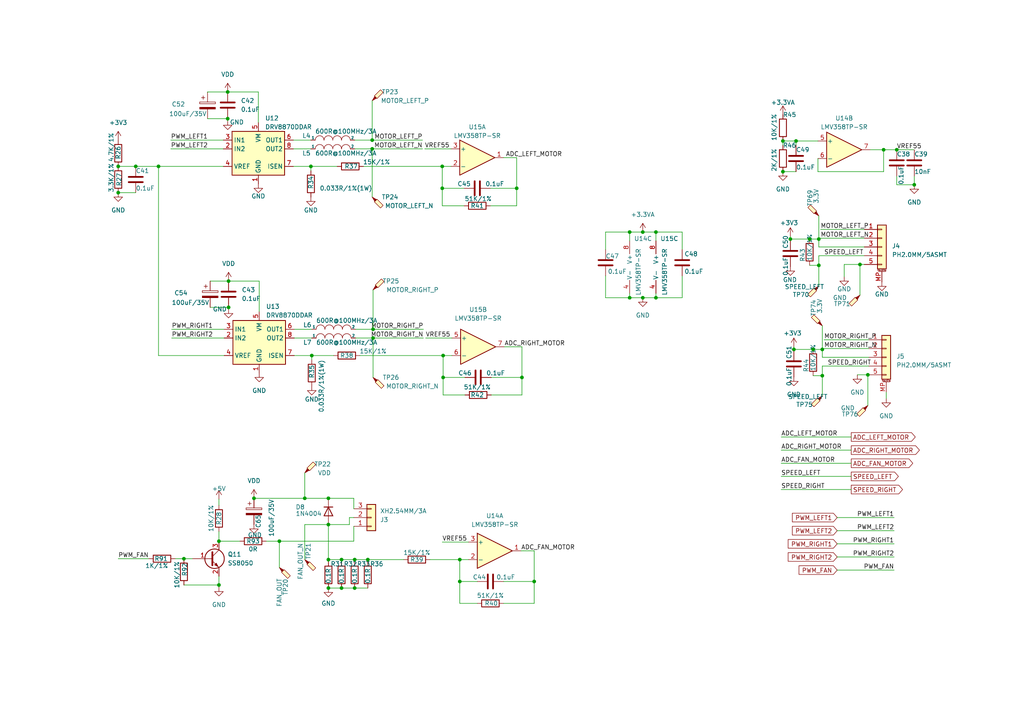
<source format=kicad_sch>
(kicad_sch (version 20231120) (generator "eeschema") (generator_version "8.0")
  (paper "A4")
  (title_block (title "黑森林方形主板") (date "2022-06-17") (rev "V0.2"))
  (lib_symbols
    (symbol "Amplifier_Operational:MCP6002-xSN" (pin_names (offset 0.127))
      (property "Reference" "U" (at 0 5.08 0))
      (property "Value" "MCP6002-xSN" (at 0 -5.08 0))
      (symbol "MCP6002-xSN_1_1"
        (polyline (pts (xy -5.08 5.08) (xy 5.08 0) (xy -5.08 -5.08) (xy -5.08 5.08)) (stroke (width 0.254)) (fill (type background)))
        (pin output line (at 7.62 0 180) (length 2.54) (name "~") (number "1"))
        (pin input line (at -7.62 -2.54 0) (length 2.54) (name "-") (number "2"))
        (pin input line (at -7.62 2.54 0) (length 2.54) (name "+") (number "3"))
      )
      (symbol "MCP6002-xSN_2_1"
        (polyline (pts (xy -5.08 5.08) (xy 5.08 0) (xy -5.08 -5.08) (xy -5.08 5.08)) (stroke (width 0.254)) (fill (type background)))
        (pin input line (at -7.62 2.54 0) (length 2.54) (name "+") (number "5"))
        (pin input line (at -7.62 -2.54 0) (length 2.54) (name "-") (number "6"))
        (pin output line (at 7.62 0 180) (length 2.54) (name "~") (number "7"))
      )
      (symbol "MCP6002-xSN_3_1"
        (pin power_in line (at -2.54 -7.62 90) (length 3.81) (name "V-") (number "4"))
        (pin power_in line (at -2.54 7.62 270) (length 3.81) (name "V+") (number "8"))
      )
    )
    (symbol "Connector:TestPoint_Probe" (pin_numbers hide) (pin_names (offset 0.762) hide)
      (property "Reference" "TP" (at 1.651 5.842 0))
      (property "Value" "TestPoint_Probe" (at 1.651 4.064 0))
      (symbol "TestPoint_Probe_0_1"
        (polyline (pts (xy 1.27 0.762) (xy 0 0) (xy 0.762 1.27) (xy 1.27 0.762)) (fill (type outline)))
        (polyline (pts (xy 1.397 0.635) (xy 0.635 1.397) (xy 2.413 3.175) (xy 3.175 2.413) (xy 1.397 0.635)) (fill (type background)))
      )
      (symbol "TestPoint_Probe_1_1"
        (pin passive line (at 0 0 90) (length 0) (name "1") (number "1"))
      )
    )
    (symbol "Connector_Generic:Conn_01x03" (pin_names (offset 1.016) hide)
      (property "Reference" "J" (at 0 5.08 0))
      (property "Value" "Conn_01x03" (at 0 -5.08 0))
      (symbol "Conn_01x03_1_1"
        (rectangle (start -1.27 -2.413) (end 0 -2.667) (stroke (width 0.1524)))
        (rectangle (start -1.27 0.127) (end 0 -0.127) (stroke (width 0.1524)))
        (rectangle (start -1.27 2.667) (end 0 2.413) (stroke (width 0.1524)))
        (rectangle (start -1.27 3.81) (end 1.27 -3.81) (stroke (width 0.254)) (fill (type background)))
        (pin passive line (at -5.08 2.54 0) (length 3.81) (name "Pin_1") (number "1"))
        (pin passive line (at -5.08 0 0) (length 3.81) (name "Pin_2") (number "2"))
        (pin passive line (at -5.08 -2.54 0) (length 3.81) (name "Pin_3") (number "3"))
      )
    )
    (symbol "Connector_Generic_MountingPin:Conn_01x05_MountingPin" (pin_names (offset 1.016) hide)
      (property "Reference" "J" (at 0 7.62 0))
      (property "Value" "Conn_01x05_MountingPin" (at 1.27 -7.62 0))
      (symbol "Conn_01x05_MountingPin_1_1"
        (rectangle (start -1.27 -4.953) (end 0 -5.207) (stroke (width 0.1524)))
        (rectangle (start -1.27 -2.413) (end 0 -2.667) (stroke (width 0.1524)))
        (rectangle (start -1.27 0.127) (end 0 -0.127) (stroke (width 0.1524)))
        (rectangle (start -1.27 2.667) (end 0 2.413) (stroke (width 0.1524)))
        (rectangle (start -1.27 5.207) (end 0 4.953) (stroke (width 0.1524)))
        (rectangle (start -1.27 6.35) (end 1.27 -6.35) (stroke (width 0.254)) (fill (type background)))
        (polyline (pts (xy -1.016 -7.112) (xy 1.016 -7.112)) (stroke (width 0.1524)))
        (text "Mounting" (at 0 -6.731 0) (effects (font (size 0.381 0.381))))
        (pin passive line (at -5.08 5.08 0) (length 3.81) (name "Pin_1") (number "1"))
        (pin passive line (at -5.08 2.54 0) (length 3.81) (name "Pin_2") (number "2"))
        (pin passive line (at -5.08 0 0) (length 3.81) (name "Pin_3") (number "3"))
        (pin passive line (at -5.08 -2.54 0) (length 3.81) (name "Pin_4") (number "4"))
        (pin passive line (at -5.08 -5.08 0) (length 3.81) (name "Pin_5") (number "5"))
        (pin passive line (at 0 -10.16 90) (length 3.048) (name "MountPin") (number "MP"))
      )
    )
    (symbol "Device:C" (pin_numbers hide) (pin_names (offset 0.254))
      (property "Reference" "C" (at 0.635 2.54 0))
      (property "Value" "C" (at 0.635 -2.54 0))
      (symbol "C_0_1"
        (polyline (pts (xy -2.032 -0.762) (xy 2.032 -0.762)) (stroke (width 0.508)))
        (polyline (pts (xy -2.032 0.762) (xy 2.032 0.762)) (stroke (width 0.508)))
      )
      (symbol "C_1_1"
        (pin passive line (at 0 3.81 270) (length 2.794) (name "~") (number "1"))
        (pin passive line (at 0 -3.81 90) (length 2.794) (name "~") (number "2"))
      )
    )
    (symbol "Device:C_Polarized" (pin_numbers hide) (pin_names (offset 0.254))
      (property "Reference" "C" (at 0.635 2.54 0))
      (property "Value" "C_Polarized" (at 0.635 -2.54 0))
      (symbol "C_Polarized_0_1"
        (rectangle (start -2.286 0.508) (end 2.286 1.016))
        (polyline (pts (xy -1.778 2.286) (xy -0.762 2.286)))
        (polyline (pts (xy -1.27 2.794) (xy -1.27 1.778)))
        (rectangle (start 2.286 -0.508) (end -2.286 -1.016) (fill (type outline)))
      )
      (symbol "C_Polarized_1_1"
        (pin passive line (at 0 3.81 270) (length 2.794) (name "~") (number "1"))
        (pin passive line (at 0 -3.81 90) (length 2.794) (name "~") (number "2"))
      )
    )
    (symbol "Device:D" (pin_numbers hide) (pin_names (offset 1.016) hide)
      (property "Reference" "D" (at 0 2.54 0))
      (property "Value" "D" (at 0 -2.54 0))
      (symbol "D_0_1"
        (polyline (pts (xy -1.27 1.27) (xy -1.27 -1.27)) (stroke (width 0.254)))
        (polyline (pts (xy 1.27 0) (xy -1.27 0)))
        (polyline (pts (xy 1.27 1.27) (xy 1.27 -1.27) (xy -1.27 0) (xy 1.27 1.27)) (stroke (width 0.254)))
      )
      (symbol "D_1_1"
        (pin passive line (at -3.81 0 0) (length 2.54) (name "K") (number "1"))
        (pin passive line (at 3.81 0 180) (length 2.54) (name "A") (number "2"))
      )
    )
    (symbol "Device:Q_NPN_BEC" (pin_names (offset 0) hide)
      (property "Reference" "Q" (at 5.08 1.27 0))
      (property "Value" "Q_NPN_BEC" (at 5.08 -1.27 0))
      (symbol "Q_NPN_BEC_0_1"
        (polyline (pts (xy 0.635 0.635) (xy 2.54 2.54)))
        (polyline (pts (xy 0.635 -0.635) (xy 2.54 -2.54) (xy 2.54 -2.54)))
        (polyline (pts (xy 0.635 1.905) (xy 0.635 -1.905) (xy 0.635 -1.905)) (stroke (width 0.508)))
        (polyline (pts (xy 1.27 -1.778) (xy 1.778 -1.27) (xy 2.286 -2.286) (xy 1.27 -1.778) (xy 1.27 -1.778)) (fill (type outline)))
        (circle (center 1.27 0) (radius 2.8194) (stroke (width 0.254)))
      )
      (symbol "Q_NPN_BEC_1_1"
        (pin input line (at -5.08 0 0) (length 5.715) (name "B") (number "1"))
        (pin passive line (at 2.54 -5.08 90) (length 2.54) (name "E") (number "2"))
        (pin passive line (at 2.54 5.08 270) (length 2.54) (name "C") (number "3"))
      )
    )
    (symbol "Device:R" (pin_numbers hide) (pin_names (offset 0))
      (property "Reference" "R" (at 2.032 0 90))
      (property "Value" "R" (at 0 0 90))
      (symbol "R_0_1"
        (rectangle (start -1.016 -2.54) (end 1.016 2.54) (stroke (width 0.254)))
      )
      (symbol "R_1_1"
        (pin passive line (at 0 3.81 270) (length 1.27) (name "~") (number "1"))
        (pin passive line (at 0 -3.81 90) (length 1.27) (name "~") (number "2"))
      )
    )
    (symbol "Driver_Motor:DRV8870DDA"
      (property "Reference" "U" (at -6.35 6.35 0))
      (property "Value" "DRV8870DDA" (at 8.89 6.35 0))
      (symbol "DRV8870DDA_0_1"
        (rectangle (start -7.62 5.08) (end 7.62 -7.62) (stroke (width 0.254)) (fill (type background)))
      )
      (symbol "DRV8870DDA_1_1"
        (pin power_in line (at 0 -10.16 90) (length 2.54) (name "GND") (number "1"))
        (pin input line (at -10.16 0 0) (length 2.54) (name "IN2") (number "2"))
        (pin input line (at -10.16 2.54 0) (length 2.54) (name "IN1") (number "3"))
        (pin input line (at -10.16 -5.08 0) (length 2.54) (name "VREF") (number "4"))
        (pin power_in line (at 0 7.62 270) (length 2.54) (name "VM") (number "5"))
        (pin output line (at 10.16 2.54 180) (length 2.54) (name "OUT1") (number "6"))
        (pin passive line (at 10.16 -5.08 180) (length 2.54) (name "ISEN") (number "7"))
        (pin output line (at 10.16 0 180) (length 2.54) (name "OUT2") (number "8"))
        (pin passive line (at 0 -10.16 90) (length 2.54) hide (name "GND") (number "9"))
      )
    )
    (symbol "power:+3.3VA" (power) (pin_names (offset 0))
      (property "Value" "+3.3VA" (at 0 3.556 0))
      (symbol "+3.3VA_0_1"
        (polyline (pts (xy -0.762 1.27) (xy 0 2.54)))
        (polyline (pts (xy 0 0) (xy 0 2.54)))
        (polyline (pts (xy 0 2.54) (xy 0.762 1.27)))
      )
      (symbol "+3.3VA_1_1"
        (pin power_in line (at 0 0 90) (length 0) hide (name "+3.3VA") (number "1"))
      )
    )
    (symbol "power:+3V3" (power) (pin_names (offset 0))
      (property "Value" "+3V3" (at 0 3.556 0))
      (symbol "+3V3_0_1"
        (polyline (pts (xy -0.762 1.27) (xy 0 2.54)))
        (polyline (pts (xy 0 0) (xy 0 2.54)))
        (polyline (pts (xy 0 2.54) (xy 0.762 1.27)))
      )
      (symbol "+3V3_1_1"
        (pin power_in line (at 0 0 90) (length 0) hide (name "+3V3") (number "1"))
      )
    )
    (symbol "power:+5V" (power) (pin_names (offset 0))
      (property "Value" "+5V" (at 0 3.556 0))
      (symbol "+5V_0_1"
        (polyline (pts (xy -0.762 1.27) (xy 0 2.54)))
        (polyline (pts (xy 0 0) (xy 0 2.54)))
        (polyline (pts (xy 0 2.54) (xy 0.762 1.27)))
      )
      (symbol "+5V_1_1"
        (pin power_in line (at 0 0 90) (length 0) hide (name "+5V") (number "1"))
      )
    )
    (symbol "power:GND" (power) (pin_names (offset 0))
      (property "Value" "GND" (at 0 -3.81 0))
      (symbol "GND_0_1"
        (polyline (pts (xy 0 0) (xy 0 -1.27) (xy 1.27 -1.27) (xy 0 -2.54) (xy -1.27 -1.27) (xy 0 -1.27)))
      )
      (symbol "GND_1_1"
        (pin power_in line (at 0 0 270) (length 0) hide (name "GND") (number "1"))
      )
    )
    (symbol "power:VDD" (power) (pin_names (offset 0))
      (property "Value" "VDD" (at 0 3.81 0))
      (symbol "VDD_0_1"
        (polyline (pts (xy -0.762 1.27) (xy 0 2.54)))
        (polyline (pts (xy 0 0) (xy 0 2.54)))
        (polyline (pts (xy 0 2.54) (xy 0.762 1.27)))
      )
      (symbol "VDD_1_1"
        (pin power_in line (at 0 0 90) (length 0) hide (name "VDD") (number "1"))
      )
    )
    (symbol "pspice:INDUCTOR" (pin_numbers hide) (pin_names (offset 0))
      (property "Reference" "L" (at 0 2.54 0))
      (property "Value" "INDUCTOR" (at 0 -1.27 0))
      (symbol "INDUCTOR_0_1"
        (arc (start -2.54 0) (mid -3.81 1.2645) (end -5.08 0))
        (arc (start 0 0) (mid -1.27 1.2645) (end -2.54 0))
        (arc (start 2.54 0) (mid 1.27 1.2645) (end 0 0))
        (arc (start 5.08 0) (mid 3.81 1.2645) (end 2.54 0))
      )
      (symbol "INDUCTOR_1_1"
        (pin input line (at -6.35 0 0) (length 1.27) (name "1") (number "1"))
        (pin input line (at 6.35 0 180) (length 1.27) (name "2") (number "2"))
      )
    )
  )
  (junction (at 39.37 48.26))
  (junction (at 90.17 48.26))
  (junction (at 66.294 81.534))
  (junction (at 154.94 168.656))
  (junction (at 102.87 170.561))
  (junction (at 186.436 67.31))
  (junction (at 128.27 54.61))
  (junction (at 234.823 69.342))
  (junction (at 102.87 162.306))
  (junction (at 256.286 43.434))
  (junction (at 99.06 170.561))
  (junction (at 63.5 169.672))
  (junction (at 66.04 34.417))
  (junction (at 128.27 48.26))
  (junction (at 108.204 95.504))
  (junction (at 66.294 89.154))
  (junction (at 95.25 170.561))
  (junction (at 230.251 101.346))
  (junction (at 128.524 103.124))
  (junction (at 108.204 98.044))
  (junction (at 149.86 54.61))
  (junction (at 238.506 108.966))
  (junction (at 133.35 168.656))
  (junction (at 99.06 162.306))
  (junction (at 182.626 67.31))
  (junction (at 95.25 144.526))
  (junction (at 237.49 76.962))
  (junction (at 107.95 40.64))
  (junction (at 190.246 86.36))
  (junction (at 151.384 109.474))
  (junction (at 45.974 48.26))
  (junction (at 34.29 48.26))
  (junction (at 230.886 40.894))
  (junction (at 133.35 162.306))
  (junction (at 235.839 101.346))
  (junction (at 265.176 53.594))
  (junction (at 227.076 49.784))
  (junction (at 227.076 40.894))
  (junction (at 251.714 108.712))
  (junction (at 128.524 109.474))
  (junction (at 260.096 43.434))
  (junction (at 95.25 152.146))
  (junction (at 34.29 55.88))
  (junction (at 249.428 76.708))
  (junction (at 182.626 86.36))
  (junction (at 186.436 86.36))
  (junction (at 90.424 103.124))
  (junction (at 106.68 162.306))
  (junction (at 190.246 67.31))
  (junction (at 107.95 43.18))
  (junction (at 53.34 162.052))
  (junction (at 237.49 69.342))
  (junction (at 95.25 162.306))
  (junction (at 229.235 69.342))
  (junction (at 66.04 26.67))
  (junction (at 88.392 144.526))
  (junction (at 81.026 156.972))
  (junction (at 73.66 144.526))
  (junction (at 238.506 101.346))
  (junction (at 63.5 156.972))
  (wire (pts (xy 128.524 109.474) (xy 128.524 103.124)))
  (wire (pts (xy 99.06 162.306) (xy 99.06 162.941)))
  (wire (pts (xy 226.568 134.366) (xy 246.888 134.366)))
  (wire (pts (xy 128.27 59.69) (xy 128.27 54.61)))
  (wire (pts (xy 133.35 162.306) (xy 133.35 168.656)))
  (wire (pts (xy 50.8 162.052) (xy 53.34 162.052)))
  (wire (pts (xy 146.05 175.006) (xy 154.94 175.006)))
  (wire (pts (xy 237.49 74.168) (xy 237.49 76.962)))
  (wire (pts (xy 65.024 103.124) (xy 45.974 103.124)))
  (wire (pts (xy 250.698 74.168) (xy 237.49 74.168)))
  (wire (pts (xy 102.87 162.306) (xy 106.68 162.306)))
  (wire (pts (xy 229.235 68.58) (xy 229.235 69.342)))
  (wire (pts (xy 66.294 89.662) (xy 66.294 89.154)))
  (wire (pts (xy 133.35 168.656) (xy 138.43 168.656)))
  (wire (pts (xy 235.839 101.346) (xy 230.251 101.346)))
  (wire (pts (xy 102.616 144.526) (xy 95.25 144.526)))
  (wire (pts (xy 107.95 40.64) (xy 122.555 40.64)))
  (wire (pts (xy 234.823 76.962) (xy 237.49 76.962)))
  (wire (pts (xy 102.87 43.18) (xy 107.95 43.18)))
  (wire (pts (xy 238.506 106.172) (xy 238.506 108.966)))
  (wire (pts (xy 149.86 45.72) (xy 146.05 45.72)))
  (wire (pts (xy 106.68 162.306) (xy 117.094 162.306)))
  (wire (pts (xy 260.096 53.594) (xy 265.176 53.594)))
  (wire (pts (xy 175.641 80.01) (xy 175.641 86.36)))
  (wire (pts (xy 265.176 51.054) (xy 265.176 53.594)))
  (wire (pts (xy 60.198 34.417) (xy 66.04 34.417)))
  (wire (pts (xy 104.394 103.124) (xy 128.524 103.124)))
  (wire (pts (xy 237.49 62.611) (xy 237.49 69.342)))
  (wire (pts (xy 101.346 152.146) (xy 95.25 152.146)))
  (wire (pts (xy 49.53 40.64) (xy 64.77 40.64)))
  (wire (pts (xy 128.27 157.226) (xy 135.89 157.226)))
  (wire (pts (xy 182.626 67.31) (xy 186.436 67.31)))
  (wire (pts (xy 260.096 51.054) (xy 260.096 53.594)))
  (wire (pts (xy 142.24 54.61) (xy 149.86 54.61)))
  (wire (pts (xy 154.94 159.766) (xy 151.13 159.766)))
  (wire (pts (xy 234.823 69.342) (xy 237.49 69.342)))
  (wire (pts (xy 234.823 69.342) (xy 229.235 69.342)))
  (wire (pts (xy 88.392 162.306) (xy 88.392 152.146)))
  (wire (pts (xy 66.04 26.67) (xy 74.93 26.67)))
  (wire (pts (xy 146.05 168.656) (xy 154.94 168.656)))
  (wire (pts (xy 88.392 137.16) (xy 88.392 144.526)))
  (wire (pts (xy 75.184 81.534) (xy 75.184 90.424)))
  (wire (pts (xy 226.568 130.556) (xy 246.888 130.556)))
  (wire (pts (xy 101.346 150.114) (xy 101.346 152.146)))
  (wire (pts (xy 128.524 103.124) (xy 131.064 103.124)))
  (wire (pts (xy 248.666 108.712) (xy 251.714 108.712)))
  (wire (pts (xy 34.29 55.88) (xy 39.37 55.88)))
  (wire (pts (xy 251.968 106.172) (xy 238.506 106.172)))
  (wire (pts (xy 244.856 80.264) (xy 244.856 76.708)))
  (wire (pts (xy 85.344 98.044) (xy 90.424 98.044)))
  (wire (pts (xy 149.86 59.69) (xy 149.86 54.61)))
  (wire (pts (xy 256.286 43.434) (xy 260.096 43.434)))
  (wire (pts (xy 45.974 48.26) (xy 45.974 103.124)))
  (wire (pts (xy 237.49 71.628) (xy 250.698 71.628)))
  (wire (pts (xy 107.95 29.21) (xy 107.95 40.64)))
  (wire (pts (xy 182.626 67.31) (xy 182.626 69.85)))
  (wire (pts (xy 102.616 147.574) (xy 102.616 144.526)))
  (wire (pts (xy 238.506 114.808) (xy 238.506 108.966)))
  (wire (pts (xy 197.866 67.31) (xy 190.246 67.31)))
  (wire (pts (xy 175.641 86.36) (xy 182.626 86.36)))
  (wire (pts (xy 49.53 43.18) (xy 64.77 43.18)))
  (wire (pts (xy 99.06 162.306) (xy 102.87 162.306)))
  (wire (pts (xy 229.235 69.342) (xy 229.235 69.723)))
  (wire (pts (xy 85.09 43.18) (xy 90.17 43.18)))
  (wire (pts (xy 251.968 108.712) (xy 251.714 108.712)))
  (wire (pts (xy 134.62 59.69) (xy 128.27 59.69)))
  (wire (pts (xy 123.444 98.044) (xy 131.064 98.044)))
  (wire (pts (xy 142.494 114.554) (xy 151.384 114.554)))
  (wire (pts (xy 237.236 49.784) (xy 256.286 49.784)))
  (wire (pts (xy 138.43 175.006) (xy 133.35 175.006)))
  (wire (pts (xy 190.246 86.36) (xy 197.866 86.36)))
  (wire (pts (xy 95.25 170.561) (xy 99.06 170.561)))
  (wire (pts (xy 186.436 67.31) (xy 190.246 67.31)))
  (wire (pts (xy 74.93 26.67) (xy 74.93 35.56)))
  (wire (pts (xy 128.524 114.554) (xy 128.524 109.474)))
  (wire (pts (xy 226.568 126.746) (xy 246.888 126.746)))
  (wire (pts (xy 175.641 67.31) (xy 182.626 67.31)))
  (wire (pts (xy 63.5 144.78) (xy 63.5 146.558)))
  (wire (pts (xy 190.246 86.36) (xy 186.436 86.36)))
  (wire (pts (xy 81.026 156.972) (xy 102.616 156.972)))
  (wire (pts (xy 190.246 85.09) (xy 190.246 86.36)))
  (wire (pts (xy 102.87 162.306) (xy 102.87 162.941)))
  (wire (pts (xy 123.19 43.18) (xy 130.81 43.18)))
  (wire (pts (xy 103.124 95.504) (xy 108.204 95.504)))
  (wire (pts (xy 151.384 100.584) (xy 146.304 100.584)))
  (wire (pts (xy 85.09 40.64) (xy 90.17 40.64)))
  (wire (pts (xy 66.294 81.534) (xy 60.96 81.534)))
  (wire (pts (xy 105.41 48.26) (xy 128.27 48.26)))
  (wire (pts (xy 88.392 152.146) (xy 95.25 152.146)))
  (wire (pts (xy 95.25 162.306) (xy 99.06 162.306)))
  (wire (pts (xy 242.824 153.924) (xy 259.334 153.924)))
  (wire (pts (xy 53.34 162.052) (xy 55.88 162.052)))
  (wire (pts (xy 197.866 86.36) (xy 197.866 80.01)))
  (wire (pts (xy 90.17 48.26) (xy 97.79 48.26)))
  (wire (pts (xy 244.856 76.708) (xy 249.428 76.708)))
  (wire (pts (xy 237.236 45.974) (xy 237.236 49.784)))
  (wire (pts (xy 90.17 49.53) (xy 90.17 48.26)))
  (wire (pts (xy 151.384 114.554) (xy 151.384 109.474)))
  (wire (pts (xy 95.25 152.146) (xy 95.25 162.306)))
  (wire (pts (xy 108.204 84.074) (xy 108.204 95.504)))
  (wire (pts (xy 102.616 156.972) (xy 102.616 152.654)))
  (wire (pts (xy 128.27 54.61) (xy 128.27 48.26)))
  (wire (pts (xy 107.95 43.18) (xy 107.95 57.15)))
  (wire (pts (xy 182.626 86.36) (xy 182.626 85.09)))
  (wire (pts (xy 190.246 69.85) (xy 190.246 67.31)))
  (wire (pts (xy 238.506 103.632) (xy 251.968 103.632)))
  (wire (pts (xy 128.524 109.474) (xy 134.874 109.474)))
  (wire (pts (xy 90.424 104.394) (xy 90.424 103.124)))
  (wire (pts (xy 239.014 98.552) (xy 251.968 98.552)))
  (wire (pts (xy 63.5 167.132) (xy 63.5 169.672)))
  (wire (pts (xy 251.714 117.602) (xy 251.714 108.712)))
  (wire (pts (xy 95.25 162.306) (xy 95.25 162.941)))
  (wire (pts (xy 85.09 48.26) (xy 90.17 48.26)))
  (wire (pts (xy 237.998 69.088) (xy 250.698 69.088)))
  (wire (pts (xy 63.5 154.178) (xy 63.5 156.972)))
  (wire (pts (xy 66.04 26.67) (xy 60.198 26.67)))
  (wire (pts (xy 256.286 49.784) (xy 256.286 43.434)))
  (wire (pts (xy 230.886 40.894) (xy 230.886 42.164)))
  (wire (pts (xy 227.076 49.784) (xy 230.886 49.784)))
  (wire (pts (xy 154.94 175.006) (xy 154.94 168.656)))
  (wire (pts (xy 102.616 150.114) (xy 101.346 150.114)))
  (wire (pts (xy 81.026 164.592) (xy 81.026 156.972)))
  (wire (pts (xy 235.839 101.346) (xy 238.506 101.346)))
  (wire (pts (xy 142.24 59.69) (xy 149.86 59.69)))
  (wire (pts (xy 242.824 150.114) (xy 259.334 150.114)))
  (wire (pts (xy 63.5 156.972) (xy 69.596 156.972)))
  (wire (pts (xy 102.87 170.561) (xy 106.68 170.561)))
  (wire (pts (xy 256.286 43.434) (xy 252.476 43.434)))
  (wire (pts (xy 60.198 26.67) (xy 60.198 26.797)))
  (wire (pts (xy 66.04 35.052) (xy 66.04 34.417)))
  (wire (pts (xy 39.37 48.26) (xy 45.974 48.26)))
  (wire (pts (xy 63.5 170.307) (xy 63.5 169.672)))
  (wire (pts (xy 149.86 54.61) (xy 149.86 45.72)))
  (wire (pts (xy 235.839 108.966) (xy 238.506 108.966)))
  (wire (pts (xy 237.49 69.342) (xy 237.49 71.628)))
  (wire (pts (xy 260.096 43.434) (xy 265.176 43.434)))
  (wire (pts (xy 227.076 42.164) (xy 227.076 40.894)))
  (wire (pts (xy 239.014 101.092) (xy 251.968 101.092)))
  (wire (pts (xy 99.06 170.561) (xy 102.87 170.561)))
  (wire (pts (xy 237.998 66.548) (xy 250.698 66.548)))
  (wire (pts (xy 85.344 103.124) (xy 90.424 103.124)))
  (wire (pts (xy 49.784 95.504) (xy 65.024 95.504)))
  (wire (pts (xy 128.27 48.26) (xy 130.81 48.26)))
  (wire (pts (xy 133.35 168.656) (xy 133.35 175.006)))
  (wire (pts (xy 90.424 103.124) (xy 96.774 103.124)))
  (wire (pts (xy 108.204 98.044) (xy 108.204 109.474)))
  (wire (pts (xy 151.384 109.474) (xy 151.384 100.584)))
  (wire (pts (xy 226.568 138.176) (xy 246.888 138.176)))
  (wire (pts (xy 257.048 115.57) (xy 257.048 113.792)))
  (wire (pts (xy 142.494 109.474) (xy 151.384 109.474)))
  (wire (pts (xy 242.824 161.544) (xy 259.334 161.544)))
  (wire (pts (xy 154.94 168.656) (xy 154.94 159.766)))
  (wire (pts (xy 242.824 157.734) (xy 259.334 157.734)))
  (wire (pts (xy 102.87 40.64) (xy 107.95 40.64)))
  (wire (pts (xy 230.886 40.894) (xy 237.236 40.894)))
  (wire (pts (xy 242.824 165.354) (xy 259.334 165.354)))
  (wire (pts (xy 107.95 43.18) (xy 122.555 43.18)))
  (wire (pts (xy 175.641 72.39) (xy 175.641 67.31)))
  (wire (pts (xy 34.29 48.26) (xy 39.37 48.26)))
  (wire (pts (xy 230.251 100.584) (xy 230.251 101.346)))
  (wire (pts (xy 66.04 34.417) (xy 66.04 34.29)))
  (wire (pts (xy 237.49 82.931) (xy 237.49 76.962)))
  (wire (pts (xy 238.506 103.632) (xy 238.506 101.346)))
  (wire (pts (xy 77.216 156.972) (xy 81.026 156.972)))
  (wire (pts (xy 133.35 162.306) (xy 135.89 162.306)))
  (wire (pts (xy 106.68 162.306) (xy 106.68 162.941)))
  (wire (pts (xy 249.428 76.708) (xy 250.698 76.708)))
  (wire (pts (xy 226.568 141.986) (xy 246.888 141.986)))
  (wire (pts (xy 60.96 89.154) (xy 66.294 89.154)))
  (wire (pts (xy 186.436 86.36) (xy 182.626 86.36)))
  (wire (pts (xy 108.204 98.044) (xy 122.809 98.044)))
  (wire (pts (xy 134.874 114.554) (xy 128.524 114.554)))
  (wire (pts (xy 85.344 95.504) (xy 90.424 95.504)))
  (wire (pts (xy 134.62 54.61) (xy 128.27 54.61)))
  (wire (pts (xy 88.392 144.526) (xy 95.25 144.526)))
  (wire (pts (xy 230.251 101.346) (xy 230.251 101.727)))
  (wire (pts (xy 238.506 94.488) (xy 238.506 101.346)))
  (wire (pts (xy 66.294 81.534) (xy 75.184 81.534)))
  (wire (pts (xy 124.714 162.306) (xy 133.35 162.306)))
  (wire (pts (xy 34.29 162.052) (xy 43.18 162.052)))
  (wire (pts (xy 73.66 144.526) (xy 88.392 144.526)))
  (wire (pts (xy 103.124 98.044) (xy 108.204 98.044)))
  (wire (pts (xy 197.866 72.39) (xy 197.866 67.31)))
  (wire (pts (xy 53.34 169.672) (xy 63.5 169.672)))
  (wire (pts (xy 249.428 85.598) (xy 249.428 76.708)))
  (wire (pts (xy 49.784 98.044) (xy 65.024 98.044)))
  (wire (pts (xy 108.204 95.504) (xy 122.809 95.504)))
  (wire (pts (xy 227.076 40.894) (xy 230.886 40.894)))
  (wire (pts (xy 45.974 48.26) (xy 64.77 48.26)))
  (label "VREF55" (at 128.27 157.226 0))
  (label "ADC_RIGHT_MOTOR" (at 146.304 100.584 0))
  (label "VREF55" (at 123.19 43.18 0))
  (label "ADC_FAN_MOTOR" (at 151.13 159.766 0))
  (label "MOTOR_RIGHT_N" (at 122.809 98.044 180))
  (label "PWM_LEFT2" (at 259.334 153.924 180))
  (label "ADC_RIGHT_MOTOR" (at 226.568 130.556 0))
  (label "SPEED_LEFT" (at 226.568 138.176 0))
  (label "VREF55" (at 260.096 43.434 0))
  (label "VREF55" (at 123.444 98.044 0))
  (label "PWM_FAN" (at 259.334 165.354 180))
  (label "SPEED_RIGHT" (at 226.568 141.986 0))
  (label "PWM_LEFT1" (at 49.53 40.64 0))
  (label "MOTOR_LEFT_P" (at 237.998 66.548 0))
  (label "PWM_RIGHT2" (at 259.334 161.544 180))
  (label "ADC_FAN_MOTOR" (at 226.568 134.366 0))
  (label "MOTOR_RIGHT_P" (at 239.014 98.552 0))
  (label "MOTOR_LEFT_N" (at 122.555 43.18 180))
  (label "PWM_RIGHT1" (at 49.784 95.504 0))
  (label "PWM_LEFT1" (at 259.334 150.114 180))
  (label "SPEED_RIGHT" (at 240.03 106.172 0))
  (label "MOTOR_LEFT_P" (at 122.555 40.64 180))
  (label "PWM_FAN" (at 34.29 162.052 0))
  (label "PWM_LEFT2" (at 49.53 43.18 0))
  (label "MOTOR_RIGHT_N" (at 239.014 101.092 0))
  (label "MOTOR_RIGHT_P" (at 122.809 95.504 180))
  (label "ADC_LEFT_MOTOR" (at 146.685 45.72 0))
  (label "MOTOR_LEFT_N" (at 237.998 69.088 0))
  (label "PWM_RIGHT1" (at 259.334 157.734 180))
  (label "SPEED_LEFT" (at 239.014 74.168 0))
  (label "PWM_RIGHT2" (at 49.784 98.044 0))
  (label "ADC_LEFT_MOTOR" (at 226.568 126.746 0))
  (global_label "PWM_FAN" (shape input) (at 242.824 165.354 180) (property "Intersheetrefs" "${INTERSHEET_REFS}" (effects (hide yes))))
  (global_label "ADC_FAN_MOTOR" (shape output) (at 246.888 134.366 0) (property "Intersheetrefs" "${INTERSHEET_REFS}" (effects (hide yes))))
  (global_label "PWM_RIGHT2" (shape input) (at 242.824 161.544 180) (property "Intersheetrefs" "${INTERSHEET_REFS}" (effects (hide yes))))
  (global_label "ADC_LEFT_MOTOR" (shape output) (at 246.888 126.746 0) (property "Intersheetrefs" "${INTERSHEET_REFS}" (effects (hide yes))))
  (global_label "PWM_LEFT2" (shape input) (at 242.824 153.924 180) (property "Intersheetrefs" "${INTERSHEET_REFS}" (effects (hide yes))))
  (global_label "ADC_RIGHT_MOTOR" (shape output) (at 246.888 130.556 0) (property "Intersheetrefs" "${INTERSHEET_REFS}" (effects (hide yes))))
  (global_label "SPEED_LEFT" (shape output) (at 246.888 138.176 0) (property "Intersheetrefs" "${INTERSHEET_REFS}" (effects (hide yes))))
  (global_label "PWM_RIGHT1" (shape input) (at 242.824 157.734 180) (property "Intersheetrefs" "${INTERSHEET_REFS}" (effects (hide yes))))
  (global_label "SPEED_RIGHT" (shape output) (at 246.888 141.986 0) (property "Intersheetrefs" "${INTERSHEET_REFS}" (effects (hide yes))))
  (global_label "PWM_LEFT1" (shape input) (at 242.824 150.114 180) (property "Intersheetrefs" "${INTERSHEET_REFS}" (effects (hide yes))))
  (symbol (lib_id "Device:C") (at 229.235 73.533 0) (unit 1)
    (property "Reference" "C50" (at 227.838 72.136 90) (effects (justify left)))
    (property "Value" "0.1uF" (at 227.838 80.01 90) (effects (justify left)))
    (property "Footprint" "Capacitor_SMD:C_0603_1608Metric" (effects (hide yes)))
  )
  (symbol (lib_id "Device:C") (at 66.294 85.344 0) (unit 1)
    (property "Reference" "C43" (at 70.104 84.0739 0) (effects (justify left)))
    (property "Value" "0.1uF" (at 70.104 86.6139 0) (effects (justify left)))
    (property "Footprint" "Capacitor_SMD:C_0603_1608Metric" (effects (hide yes)))
  )
  (symbol (lib_id "Device:C") (at 138.684 109.474 90) (unit 1)
    (property "Reference" "C46" (at 134.874 108.204 90))
    (property "Value" "0.1uF" (at 143.764 108.204 90))
    (property "Footprint" "Capacitor_SMD:C_0603_1608Metric" (effects (hide yes)))
  )
  (symbol (lib_id "Device:C") (at 230.886 45.974 0) (unit 1)
    (property "Reference" "C49" (at 230.886 43.434 0) (effects (justify left)))
    (property "Value" "0.1uF" (at 230.886 48.514 0) (effects (justify left)))
    (property "Footprint" "Capacitor_SMD:C_0603_1608Metric" (effects (hide yes)))
  )
  (symbol (lib_id "Amplifier_Operational:MCP6002-xSN") (at 138.43 45.72 0) (unit 1)
    (property "Reference" "U15" (at 138.43 36.83 0))
    (property "Value" "LMV358TP-SR" (at 138.43 39.37 0))
    (property "Footprint" "Package_SO:SOIC-8_3.9x4.9mm_P1.27mm" (effects (hide yes)))
    (property "Datasheet" "http://ww1.microchip.com/downloads/en/DeviceDoc/21733j.pdf" (effects (hide yes)))
  )
  (symbol (lib_id "Device:R") (at 234.823 73.152 0) (unit 1)
    (property "Reference" "R43" (at 232.791 75.946 90) (effects (justify left)))
    (property "Value" "10K/1%" (at 234.823 75.692 90) (effects (justify left)))
    (property "Footprint" "Resistor_SMD:R_0603_1608Metric" (effects (hide yes)))
  )
  (symbol (lib_id "Device:C") (at 230.251 105.537 0) (unit 1)
    (property "Reference" "C51" (at 228.854 104.14 90) (effects (justify left)))
    (property "Value" "0.1uF" (at 228.854 112.014 90) (effects (justify left)))
    (property "Footprint" "Capacitor_SMD:C_0603_1608Metric" (effects (hide yes)))
  )
  (symbol (lib_id "Device:C") (at 175.641 76.2 0) (unit 1)
    (property "Reference" "C47" (at 175.641 74.295 0) (effects (justify left)))
    (property "Value" "0.1uF" (at 176.276 78.74 0) (effects (justify left)))
    (property "Footprint" "Capacitor_SMD:C_0603_1608Metric" (effects (hide yes)))
  )
  (symbol (lib_id "Device:R") (at 227.076 45.974 0) (unit 1)
    (property "Reference" "R46" (at 227.076 42.164 0) (effects (justify left)))
    (property "Value" "2K/1%" (at 224.536 49.784 90) (effects (justify left)))
    (property "Footprint" "Resistor_SMD:R_0603_1608Metric" (effects (hide yes)))
  )
  (symbol (lib_id "Connector:TestPoint_Probe") (at 251.714 117.602 180) (unit 1)
    (property "Reference" "TP76" (at 244.094 120.142 0) (effects (justify right)))
    (property "Value" "GND" (at 243.84 118.364 0) (effects (justify right)))
    (property "Footprint" "TestPoint:TestPoint_Pad_D1.0mm" (effects (hide yes)))
  )
  (symbol (lib_id "power:GND") (at 74.93 53.34 0) (unit 1)
    (property "Reference" "#PWR0161" (effects (hide yes)))
    (property "Value" "GND" (at 74.93 56.896 0))
  )
  (symbol (lib_id "Device:R") (at 120.904 162.306 90) (unit 1)
    (property "Reference" "R39" (at 120.904 162.306 90))
    (property "Value" "15K/1%" (at 120.904 160.274 90))
    (property "Footprint" "Resistor_SMD:R_0603_1608Metric" (effects (hide yes)))
  )
  (symbol (lib_id "Device:R") (at 90.424 108.204 0) (unit 1)
    (property "Reference" "R35" (at 90.424 109.728 90) (effects (justify left)))
    (property "Value" "0.033R/1%(1W)" (at 93.218 119.634 90) (effects (justify left)))
    (property "Footprint" "Resistor_SMD:R_1206_3216Metric" (effects (hide yes)))
  )
  (symbol (lib_id "Amplifier_Operational:MCP6002-xSN") (at 138.684 100.584 0) (unit 2)
    (property "Reference" "U15" (at 138.684 89.789 0))
    (property "Value" "LMV358TP-SR" (at 138.684 92.329 0))
    (property "Footprint" "Package_SO:SOIC-8_3.9x4.9mm_P1.27mm" (effects (hide yes)))
    (property "Datasheet" "http://ww1.microchip.com/downloads/en/DeviceDoc/21733j.pdf" (effects (hide yes)))
  )
  (symbol (lib_id "Driver_Motor:DRV8870DDA") (at 75.184 98.044 0) (unit 1)
    (property "Reference" "U13" (at 77.1399 88.9 0) (effects (justify left)))
    (property "Value" "DRV8870DDAR" (at 77.1399 91.44 0) (effects (justify left)))
    (property "Footprint" "Package_SO:Texas_HTSOP-8-1EP_3.9x4.9mm_P1.27mm_EP2.95x4.9mm_Mask2.4x3.1mm_ThermalVias" (effects (hide yes)))
    (property "Datasheet" "http://www.ti.com/lit/ds/symlink/drv8870.pdf" (effects (hide yes)))
  )
  (symbol (lib_id "power:+3V3") (at 34.29 40.64 0) (unit 1)
    (property "Reference" "#PWR0183" (effects (hide yes)))
    (property "Value" "+3V3" (at 34.29 35.56 0))
  )
  (symbol (lib_id "Amplifier_Operational:MCP6002-xSN") (at 143.51 159.766 0) (unit 1)
    (property "Reference" "U14" (at 143.51 149.606 0))
    (property "Value" "LMV358TP-SR" (at 143.51 152.146 0))
    (property "Footprint" "Package_SO:SOIC-8_3.9x4.9mm_P1.27mm" (effects (hide yes)))
    (property "Datasheet" "http://ww1.microchip.com/downloads/en/DeviceDoc/21733j.pdf" (effects (hide yes)))
  )
  (symbol (lib_id "Connector_Generic_MountingPin:Conn_01x05_MountingPin") (at 257.048 103.632 0) (unit 1)
    (property "Reference" "J5" (at 259.969 103.3526 0) (effects (justify left)))
    (property "Value" "PH2.0MM/5ASMT" (at 259.969 105.8926 0) (effects (justify left)))
    (property "Footprint" "Ovo_Connector_JST:JST_PH_B5B-PH-SM4-TB_1x05-1MP_P2.00mm_Vertical" (effects (hide yes)))
  )
  (symbol (lib_id "power:GND") (at 257.048 115.57 0) (unit 1)
    (property "Reference" "#PWR09" (effects (hide yes)))
    (property "Value" "GND" (at 257.048 120.65 0))
  )
  (symbol (lib_id "power:GND") (at 186.436 86.36 0) (unit 1)
    (property "Reference" "#PWR0169" (effects (hide yes)))
    (property "Value" "GND" (at 186.436 91.44 0))
  )
  (symbol (lib_id "power:GND") (at 34.29 55.88 0) (unit 1)
    (property "Reference" "#PWR0184" (effects (hide yes)))
    (property "Value" "GND" (at 34.29 60.96 0))
  )
  (symbol (lib_id "Driver_Motor:DRV8870DDA") (at 74.93 43.18 0) (unit 1)
    (property "Reference" "U12" (at 76.8859 34.29 0) (effects (justify left)))
    (property "Value" "DRV8870DDAR" (at 76.8859 36.83 0) (effects (justify left)))
    (property "Footprint" "Package_SO:Texas_HTSOP-8-1EP_3.9x4.9mm_P1.27mm_EP2.95x4.9mm_Mask2.4x3.1mm_ThermalVias" (effects (hide yes)))
    (property "Datasheet" "http://www.ti.com/lit/ds/symlink/drv8870.pdf" (effects (hide yes)))
  )
  (symbol (lib_id "Device:R") (at 101.6 48.26 90) (unit 1)
    (property "Reference" "R37" (at 101.854 48.26 90))
    (property "Value" "15K/1%" (at 109.22 46.99 90))
    (property "Footprint" "Resistor_SMD:R_0603_1608Metric" (effects (hide yes)))
  )
  (symbol (lib_id "power:GND") (at 66.04 35.052 0) (unit 1)
    (property "Reference" "#PWR0173" (effects (hide yes)))
    (property "Value" "GND" (at 68.707 35.433 0))
  )
  (symbol (lib_id "Connector:TestPoint_Probe") (at 237.49 82.931 180) (unit 1)
    (property "Reference" "TP70" (at 229.87 85.471 0) (effects (justify right)))
    (property "Value" "SPEED_LEFT" (at 227.584 83.185 0) (effects (justify right)))
    (property "Footprint" "TestPoint:TestPoint_Pad_D1.0mm" (effects (hide yes)))
  )
  (symbol (lib_id "Connector:TestPoint_Probe") (at 107.95 57.15 270) (unit 1)
    (property "Reference" "TP24" (at 115.57 57.15 90) (effects (justify right)))
    (property "Value" "MOTOR_LEFT_N" (at 125.73 59.69 90) (effects (justify right)))
    (property "Footprint" "TestPoint:TestPoint_Pad_D1.0mm" (effects (hide yes)))
  )
  (symbol (lib_id "Device:R") (at 227.076 37.084 0) (unit 1)
    (property "Reference" "R45" (at 227.076 33.274 0) (effects (justify left)))
    (property "Value" "10K/1%" (at 224.536 40.894 90) (effects (justify left)))
    (property "Footprint" "Resistor_SMD:R_0603_1608Metric" (effects (hide yes)))
  )
  (symbol (lib_id "Connector:TestPoint_Probe") (at 237.49 62.611 90) (unit 1)
    (property "Reference" "TP69" (at 234.95 54.991 0) (effects (justify right)))
    (property "Value" "3.3V" (at 236.728 54.737 0) (effects (justify right)))
    (property "Footprint" "TestPoint:TestPoint_Pad_D1.0mm" (effects (hide yes)))
  )
  (symbol (lib_id "power:+3.3VA") (at 227.076 33.274 0) (unit 1)
    (property "Reference" "#PWR0179" (effects (hide yes)))
    (property "Value" "+3.3VA" (at 227.076 29.718 0))
  )
  (symbol (lib_id "Connector:TestPoint_Probe") (at 108.204 109.474 270) (unit 1)
    (property "Reference" "TP26" (at 115.824 109.474 90) (effects (justify right)))
    (property "Value" "MOTOR_RIGHT_N" (at 127.254 112.014 90) (effects (justify right)))
    (property "Footprint" "TestPoint:TestPoint_Pad_D1.0mm" (effects (hide yes)))
  )
  (symbol (lib_id "power:GND") (at 90.17 57.15 0) (unit 1)
    (property "Reference" "#PWR0172" (effects (hide yes)))
    (property "Value" "GND" (at 90.17 60.96 0))
  )
  (symbol (lib_id "Device:R") (at 53.34 165.862 180) (unit 1)
    (property "Reference" "R92" (at 53.594 167.132 90) (effects (justify right)))
    (property "Value" "10K/1%" (at 51.308 170.688 90) (effects (justify right)))
    (property "Footprint" "Resistor_SMD:R_0603_1608Metric" (effects (hide yes)))
  )
  (symbol (lib_id "Device:C") (at 138.43 54.61 90) (unit 1)
    (property "Reference" "C45" (at 134.62 53.34 90))
    (property "Value" "0.1uF" (at 143.51 53.34 90))
    (property "Footprint" "Capacitor_SMD:C_0603_1608Metric" (effects (hide yes)))
  )
  (symbol (lib_id "Device:R") (at 142.24 175.006 90) (unit 1)
    (property "Reference" "R40" (at 142.494 175.006 90))
    (property "Value" "51K/1%" (at 142.24 172.72 90))
    (property "Footprint" "Resistor_SMD:R_0603_1608Metric" (effects (hide yes)))
  )
  (symbol (lib_id "Device:C") (at 66.04 30.48 0) (unit 1)
    (property "Reference" "C42" (at 69.85 29.2099 0) (effects (justify left)))
    (property "Value" "0.1uF" (at 69.85 31.7499 0) (effects (justify left)))
    (property "Footprint" "Capacitor_SMD:C_0603_1608Metric" (effects (hide yes)))
  )
  (symbol (lib_id "Device:C_Polarized") (at 60.96 85.344 0) (unit 1)
    (property "Reference" "C54" (at 50.546 84.963 0) (effects (justify left)))
    (property "Value" "100uF/35V" (at 49.784 87.757 0) (effects (justify left)))
    (property "Footprint" "Capacitor_SMD:CP_Elec_6.3x5.4" (effects (hide yes)))
  )
  (symbol (lib_id "Device:R") (at 138.43 59.69 90) (unit 1)
    (property "Reference" "R41" (at 138.43 59.69 90))
    (property "Value" "51K/1%" (at 138.684 57.658 90))
    (property "Footprint" "Resistor_SMD:R_0603_1608Metric" (effects (hide yes)))
  )
  (symbol (lib_id "Amplifier_Operational:MCP6002-xSN") (at 192.786 77.47 0) (unit 3)
    (property "Reference" "U15" (at 191.516 69.215 0) (effects (justify left)))
    (property "Value" "LMV358TP-SR" (at 192.786 85.725 90) (effects (justify left)))
    (property "Footprint" "Package_SO:SOIC-8_3.9x4.9mm_P1.27mm" (effects (hide yes)))
    (property "Datasheet" "http://ww1.microchip.com/downloads/en/DeviceDoc/21733j.pdf" (effects (hide yes)))
  )
  (symbol (lib_id "pspice:INDUCTOR") (at 96.774 95.504 0) (unit 1)
    (property "Reference" "L6" (at 89.154 94.234 0))
    (property "Value" "600R@100MHz/3A" (at 100.584 92.964 0))
    (property "Footprint" "Inductor_SMD:L_1206_3216Metric" (effects (hide yes)))
  )
  (symbol (lib_id "power:GND") (at 248.666 108.712 0) (unit 1)
    (property "Reference" "#PWR07" (effects (hide yes)))
    (property "Value" "GND" (at 248.666 113.792 0))
  )
  (symbol (lib_id "Device:R") (at 73.406 156.972 270) (unit 1)
    (property "Reference" "R93" (at 73.406 156.972 90))
    (property "Value" "0R" (at 73.406 159.258 90))
    (property "Footprint" "Resistor_SMD:R_0603_1608Metric" (effects (hide yes)))
  )
  (symbol (lib_id "power:GND") (at 229.235 77.343 0) (unit 1)
    (property "Reference" "#PWR03" (effects (hide yes)))
    (property "Value" "GND" (at 229.108 81.153 0))
  )
  (symbol (lib_id "Device:R") (at 235.839 105.156 0) (unit 1)
    (property "Reference" "R44" (at 233.807 107.95 90) (effects (justify left)))
    (property "Value" "10K/1%" (at 235.839 107.696 90) (effects (justify left)))
    (property "Footprint" "Resistor_SMD:R_0603_1608Metric" (effects (hide yes)))
  )
  (symbol (lib_id "Device:R") (at 90.17 53.34 0) (unit 1)
    (property "Reference" "R34" (at 90.17 54.864 90) (effects (justify left)))
    (property "Value" "0.033R/1%(1W)" (at 92.71 54.6099 0) (effects (justify left)))
    (property "Footprint" "Resistor_SMD:R_1206_3216Metric" (effects (hide yes)))
  )
  (symbol (lib_id "Device:R") (at 102.87 166.751 0) (unit 1)
    (property "Reference" "R33" (at 103.505 163.576 0) (effects (justify left)))
    (property "Value" "0.1R" (at 102.87 169.291 90) (effects (justify left)))
    (property "Footprint" "Resistor_SMD:R_0805_2012Metric" (effects (hide yes)))
  )
  (symbol (lib_id "power:GND") (at 75.184 108.204 0) (unit 1)
    (property "Reference" "#PWR0159" (effects (hide yes)))
    (property "Value" "GND" (at 75.184 113.284 0))
  )
  (symbol (lib_id "power:GND") (at 90.424 112.014 0) (unit 1)
    (property "Reference" "#PWR0185" (effects (hide yes)))
    (property "Value" "GND" (at 90.424 115.824 0))
  )
  (symbol (lib_id "Device:R") (at 106.68 166.751 0) (unit 1)
    (property "Reference" "R36" (at 107.315 163.576 0) (effects (justify left)))
    (property "Value" "0.1R" (at 106.68 169.291 90) (effects (justify left)))
    (property "Footprint" "Resistor_SMD:R_0805_2012Metric" (effects (hide yes)))
  )
  (symbol (lib_id "power:GND") (at 66.294 89.662 0) (unit 1)
    (property "Reference" "#PWR0170" (effects (hide yes)))
    (property "Value" "GND" (at 63.754 89.662 0))
  )
  (symbol (lib_id "Device:R") (at 34.29 44.45 0) (unit 1)
    (property "Reference" "R26" (at 34.29 46.228 90) (effects (justify left)))
    (property "Value" "4.7K/1%" (at 32.258 46.99 90) (effects (justify left)))
    (property "Footprint" "Resistor_SMD:R_0603_1608Metric" (effects (hide yes)))
  )
  (symbol (lib_id "Device:Q_NPN_BEC") (at 60.96 162.052 0) (unit 1)
    (property "Reference" "Q11" (at 66.04 160.7819 0) (effects (justify left)))
    (property "Value" "SS8050" (at 66.04 163.3219 0) (effects (justify left)))
    (property "Footprint" "Package_TO_SOT_SMD:SOT-23" (effects (hide yes)))
  )
  (symbol (lib_id "Connector:TestPoint_Probe") (at 238.506 114.808 180) (unit 1)
    (property "Reference" "TP75" (at 230.886 117.348 0) (effects (justify right)))
    (property "Value" "SPEED_LEFT" (at 228.6 115.062 0) (effects (justify right)))
    (property "Footprint" "TestPoint:TestPoint_Pad_D1.0mm" (effects (hide yes)))
  )
  (symbol (lib_id "Connector:TestPoint_Probe") (at 238.506 94.488 90) (unit 1)
    (property "Reference" "TP74" (at 235.966 86.868 0) (effects (justify right)))
    (property "Value" "3.3V" (at 237.744 86.614 0) (effects (justify right)))
    (property "Footprint" "TestPoint:TestPoint_Pad_D1.0mm" (effects (hide yes)))
  )
  (symbol (lib_id "Device:C") (at 39.37 52.07 0) (unit 1)
    (property "Reference" "C41" (at 39.37 49.53 0) (effects (justify left)))
    (property "Value" "0.1uF" (at 39.37 54.61 0) (effects (justify left)))
    (property "Footprint" "Capacitor_SMD:C_0603_1608Metric" (effects (hide yes)))
  )
  (symbol (lib_id "power:+3.3VA") (at 186.436 67.31 0) (unit 1)
    (property "Reference" "#PWR0168" (effects (hide yes)))
    (property "Value" "+3.3VA" (at 186.436 62.23 0))
  )
  (symbol (lib_id "Amplifier_Operational:MCP6002-xSN") (at 244.856 43.434 0) (unit 2)
    (property "Reference" "U14" (at 244.856 34.29 0))
    (property "Value" "LMV358TP-SR" (at 244.856 36.83 0))
    (property "Footprint" "Package_SO:SOIC-8_3.9x4.9mm_P1.27mm" (effects (hide yes)))
    (property "Datasheet" "http://ww1.microchip.com/downloads/en/DeviceDoc/21733j.pdf" (effects (hide yes)))
  )
  (symbol (lib_id "Device:C_Polarized") (at 73.66 148.336 0) (unit 1)
    (property "Reference" "C65" (at 74.93 153.162 90) (effects (justify left)))
    (property "Value" "100uF/35V" (at 78.74 155.702 90) (effects (justify left)))
    (property "Footprint" "Capacitor_SMD:CP_Elec_6.3x5.4" (effects (hide yes)))
  )
  (symbol (lib_id "pspice:INDUCTOR") (at 96.774 98.044 0) (unit 1)
    (property "Reference" "L7" (at 89.154 99.314 0))
    (property "Value" "600R@100MHz/3A" (at 100.584 99.314 0))
    (property "Footprint" "Inductor_SMD:L_1206_3216Metric" (effects (hide yes)))
  )
  (symbol (lib_id "Device:R") (at 34.29 52.07 0) (unit 1)
    (property "Reference" "R27" (at 34.544 52.07 90))
    (property "Value" "3.3K/1%" (at 32.258 51.562 90))
    (property "Footprint" "Resistor_SMD:R_0603_1608Metric" (effects (hide yes)))
  )
  (symbol (lib_id "power:GND") (at 73.66 152.146 0) (unit 1)
    (property "Reference" "#PWR0165" (effects (hide yes)))
    (property "Value" "GND" (at 73.914 155.194 0))
  )
  (symbol (lib_id "Device:C") (at 197.866 76.2 0) (unit 1)
    (property "Reference" "C48" (at 198.501 73.66 0) (effects (justify left)))
    (property "Value" "0.1uF" (at 198.501 78.74 0) (effects (justify left)))
    (property "Footprint" "Capacitor_SMD:C_0603_1608Metric" (effects (hide yes)))
  )
  (symbol (lib_id "Device:C") (at 265.176 47.244 0) (unit 1)
    (property "Reference" "C39" (at 265.176 44.704 0) (effects (justify left)))
    (property "Value" "10nF" (at 265.176 49.784 0) (effects (justify left)))
    (property "Footprint" "Capacitor_SMD:C_0603_1608Metric" (effects (hide yes)))
  )
  (symbol (lib_id "Connector:TestPoint_Probe") (at 88.392 137.16 0) (unit 1)
    (property "Reference" "TP22" (at 96.012 134.62 0) (effects (justify right)))
    (property "Value" "VDD" (at 96.012 137.16 0) (effects (justify right)))
    (property "Footprint" "TestPoint:TestPoint_Pad_D1.0mm" (effects (hide yes)))
  )
  (symbol (lib_id "power:GND") (at 244.856 80.264 0) (unit 1)
    (property "Reference" "#PWR06" (effects (hide yes)))
    (property "Value" "GND" (at 244.856 83.82 0))
  )
  (symbol (lib_id "pspice:INDUCTOR") (at 96.52 40.64 0) (unit 1)
    (property "Reference" "L4" (at 88.9 39.37 0))
    (property "Value" "600R@100MHz/3A" (at 100.33 38.1 0))
    (property "Footprint" "Inductor_SMD:L_1206_3216Metric" (effects (hide yes)))
  )
  (symbol (lib_id "power:+3V3") (at 230.251 100.584 0) (unit 1)
    (property "Reference" "#PWR04" (effects (hide yes)))
    (property "Value" "+3V3" (at 229.87 96.647 0))
  )
  (symbol (lib_id "Device:C_Polarized") (at 60.198 30.607 0) (unit 1)
    (property "Reference" "C52" (at 49.784 30.226 0) (effects (justify left)))
    (property "Value" "100uF/35V" (at 49.022 33.02 0) (effects (justify left)))
    (property "Footprint" "Capacitor_SMD:CP_Elec_6.3x5.4" (effects (hide yes)))
  )
  (symbol (lib_id "Connector_Generic:Conn_01x03") (at 107.696 150.114 0) (mirror x) (unit 1)
    (property "Reference" "J3" (at 110.236 150.749 0) (effects (justify left)))
    (property "Value" "XH2.54MM/3A" (at 110.236 148.209 0) (effects (justify left)))
    (property "Footprint" "Connector_JST:JST_XH_B3B-XH-A_1x03_P2.50mm_Vertical" (effects (hide yes)))
  )
  (symbol (lib_id "Connector:TestPoint_Probe") (at 81.026 164.592 270) (unit 1)
    (property "Reference" "TP20" (at 82.804 172.72 0) (effects (justify right)))
    (property "Value" "FAN_OUT" (at 81.026 176.022 0) (effects (justify right)))
    (property "Footprint" "TestPoint:TestPoint_Pad_D1.0mm" (effects (hide yes)))
  )
  (symbol (lib_id "Device:C") (at 260.096 47.244 0) (unit 1)
    (property "Reference" "C38" (at 260.096 44.704 0) (effects (justify left)))
    (property "Value" "0.1uF" (at 261.366 53.594 90) (effects (justify left)))
    (property "Footprint" "Capacitor_SMD:C_0603_1608Metric" (effects (hide yes)))
  )
  (symbol (lib_id "pspice:INDUCTOR") (at 96.52 43.18 0) (unit 1)
    (property "Reference" "L5" (at 88.9 44.45 0))
    (property "Value" "600R@100MHz/3A" (at 100.33 44.45 0))
    (property "Footprint" "Inductor_SMD:L_1206_3216Metric" (effects (hide yes)))
  )
  (symbol (lib_id "Device:R") (at 99.06 166.751 0) (unit 1)
    (property "Reference" "R32" (at 99.695 163.576 0) (effects (justify left)))
    (property "Value" "0.1R" (at 99.06 169.291 90) (effects (justify left)))
    (property "Footprint" "Resistor_SMD:R_0805_2012Metric" (effects (hide yes)))
  )
  (symbol (lib_id "power:VDD") (at 73.66 144.526 0) (unit 1)
    (property "Reference" "#PWR0167" (effects (hide yes)))
    (property "Value" "VDD" (at 73.66 139.446 0))
  )
  (symbol (lib_id "power:GND") (at 255.778 81.788 0) (unit 1)
    (property "Reference" "#PWR08" (effects (hide yes)))
    (property "Value" "GND" (at 255.778 85.344 0))
  )
  (symbol (lib_id "Connector:TestPoint_Probe") (at 249.428 85.598 180) (unit 1)
    (property "Reference" "TP71" (at 241.808 88.138 0) (effects (justify right)))
    (property "Value" "GND" (at 241.554 86.36 0) (effects (justify right)))
    (property "Footprint" "TestPoint:TestPoint_Pad_D1.0mm" (effects (hide yes)))
  )
  (symbol (lib_id "power:+3V3") (at 229.235 68.58 0) (unit 1)
    (property "Reference" "#PWR02" (effects (hide yes)))
    (property "Value" "+3V3" (at 228.854 64.643 0))
  )
  (symbol (lib_id "Device:R") (at 63.5 150.368 180) (unit 1)
    (property "Reference" "R28" (at 63.5 150.368 90))
    (property "Value" "10K/1%" (at 61.214 150.368 90))
    (property "Footprint" "Resistor_SMD:R_0603_1608Metric" (effects (hide yes)))
  )
  (symbol (lib_id "power:GND") (at 230.251 109.347 0) (unit 1)
    (property "Reference" "#PWR05" (effects (hide yes)))
    (property "Value" "GND" (at 230.251 114.427 0))
  )
  (symbol (lib_id "Amplifier_Operational:MCP6002-xSN") (at 185.166 77.47 0) (unit 3)
    (property "Reference" "U14" (at 183.896 69.215 0) (effects (justify left)))
    (property "Value" "LMV358TP-SR" (at 185.166 85.725 90) (effects (justify left)))
    (property "Footprint" "Package_SO:SOIC-8_3.9x4.9mm_P1.27mm" (effects (hide yes)))
    (property "Datasheet" "http://ww1.microchip.com/downloads/en/DeviceDoc/21733j.pdf" (effects (hide yes)))
  )
  (symbol (lib_id "Device:R") (at 46.99 162.052 90) (unit 1)
    (property "Reference" "R91" (at 46.736 162.052 90))
    (property "Value" "1K/1%" (at 45.466 164.084 90))
    (property "Footprint" "Resistor_SMD:R_0603_1608Metric" (effects (hide yes)))
  )
  (symbol (lib_id "Device:R") (at 100.584 103.124 90) (unit 1)
    (property "Reference" "R38" (at 100.584 103.124 90))
    (property "Value" "15K/1%" (at 108.204 101.854 90))
    (property "Footprint" "Resistor_SMD:R_0603_1608Metric" (effects (hide yes)))
  )
  (symbol (lib_id "power:VDD") (at 66.294 81.534 0) (unit 1)
    (property "Reference" "#PWR0171" (effects (hide yes)))
    (property "Value" "VDD" (at 66.294 76.454 0))
  )
  (symbol (lib_id "power:+5V") (at 63.5 144.78 0) (unit 1)
    (property "Reference" "#PWR079" (effects (hide yes)))
    (property "Value" "+5V" (at 63.5 141.732 0))
  )
  (symbol (lib_id "Connector:TestPoint_Probe") (at 107.95 29.21 0) (unit 1)
    (property "Reference" "TP23" (at 115.57 26.67 0) (effects (justify right)))
    (property "Value" "MOTOR_LEFT_P" (at 124.46 29.21 0) (effects (justify right)))
    (property "Footprint" "TestPoint:TestPoint_Pad_D1.0mm" (effects (hide yes)))
  )
  (symbol (lib_id "power:GND") (at 227.076 49.784 0) (unit 1)
    (property "Reference" "#PWR0175" (effects (hide yes)))
    (property "Value" "GND" (at 227.076 54.864 0))
  )
  (symbol (lib_id "Connector:TestPoint_Probe") (at 88.392 162.306 270) (unit 1)
    (property "Reference" "TP21" (at 89.408 162.306 0) (effects (justify right)))
    (property "Value" "FAN_OUT_N" (at 87.122 168.148 0) (effects (justify right)))
    (property "Footprint" "TestPoint:TestPoint_Pad_D1.0mm" (effects (hide yes)))
  )
  (symbol (lib_id "Connector:TestPoint_Probe") (at 108.204 84.074 0) (unit 1)
    (property "Reference" "TP25" (at 115.824 81.534 0) (effects (justify right)))
    (property "Value" "MOTOR_RIGHT_P" (at 127.254 84.074 0) (effects (justify right)))
    (property "Footprint" "TestPoint:TestPoint_Pad_D1.0mm" (effects (hide yes)))
  )
  (symbol (lib_id "Device:C") (at 142.24 168.656 90) (unit 1)
    (property "Reference" "C44" (at 139.065 167.386 90))
    (property "Value" "0.1uF" (at 146.685 167.386 90))
    (property "Footprint" "Capacitor_SMD:C_0603_1608Metric" (effects (hide yes)))
  )
  (symbol (lib_id "power:GND") (at 265.176 53.594 0) (unit 1)
    (property "Reference" "#PWR01" (effects (hide yes)))
    (property "Value" "GND" (at 265.176 58.674 0))
  )
  (symbol (lib_id "Connector_Generic_MountingPin:Conn_01x05_MountingPin") (at 255.778 71.628 0) (unit 1)
    (property "Reference" "J4" (at 258.699 71.3486 0) (effects (justify left)))
    (property "Value" "PH2.0MM/5ASMT" (at 258.699 73.8886 0) (effects (justify left)))
    (property "Footprint" "Ovo_Connector_JST:JST_PH_B5B-PH-SM4-TB_1x05-1MP_P2.00mm_Vertical" (effects (hide yes)))
  )
  (symbol (lib_id "Device:R") (at 138.684 114.554 90) (unit 1)
    (property "Reference" "R42" (at 138.43 114.554 90))
    (property "Value" "51K/1%" (at 138.43 112.268 90))
    (property "Footprint" "Resistor_SMD:R_0603_1608Metric" (effects (hide yes)))
  )
  (symbol (lib_id "power:GND") (at 63.5 170.307 0) (unit 1)
    (property "Reference" "#PWR077" (effects (hide yes)))
    (property "Value" "GND" (at 63.5 175.387 0))
  )
  (symbol (lib_id "Device:R") (at 95.25 166.751 0) (unit 1)
    (property "Reference" "R31" (at 95.885 163.576 0) (effects (justify left)))
    (property "Value" "0.1R" (at 95.25 169.291 90) (effects (justify left)))
    (property "Footprint" "Resistor_SMD:R_0805_2012Metric" (effects (hide yes)))
  )
  (symbol (lib_id "power:GND") (at 95.25 170.561 0) (unit 1)
    (property "Reference" "#PWR0166" (effects (hide yes)))
    (property "Value" "GND" (at 95.25 175.006 0))
  )
  (symbol (lib_id "Device:D") (at 95.25 148.336 270) (unit 1)
    (property "Reference" "D8" (at 85.725 147.066 90) (effects (justify left)))
    (property "Value" "1N4004" (at 85.725 148.971 90) (effects (justify left)))
    (property "Footprint" "Diode_SMD:D_SMA" (effects (hide yes)))
  )
  (symbol (lib_id "power:VDD") (at 66.04 26.67 0) (unit 1)
    (property "Reference" "#PWR0174" (effects (hide yes)))
    (property "Value" "VDD" (at 66.04 21.59 0))
  )
)
</source>
